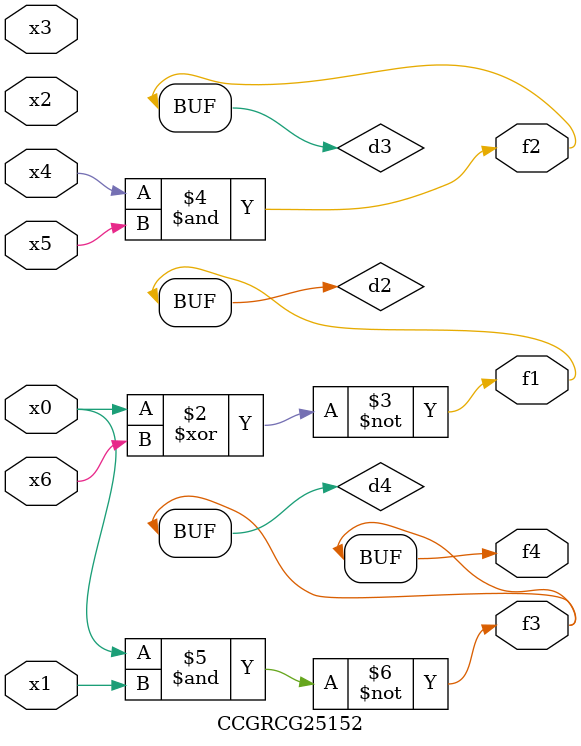
<source format=v>
module CCGRCG25152(
	input x0, x1, x2, x3, x4, x5, x6,
	output f1, f2, f3, f4
);

	wire d1, d2, d3, d4;

	nor (d1, x0);
	xnor (d2, x0, x6);
	and (d3, x4, x5);
	nand (d4, x0, x1);
	assign f1 = d2;
	assign f2 = d3;
	assign f3 = d4;
	assign f4 = d4;
endmodule

</source>
